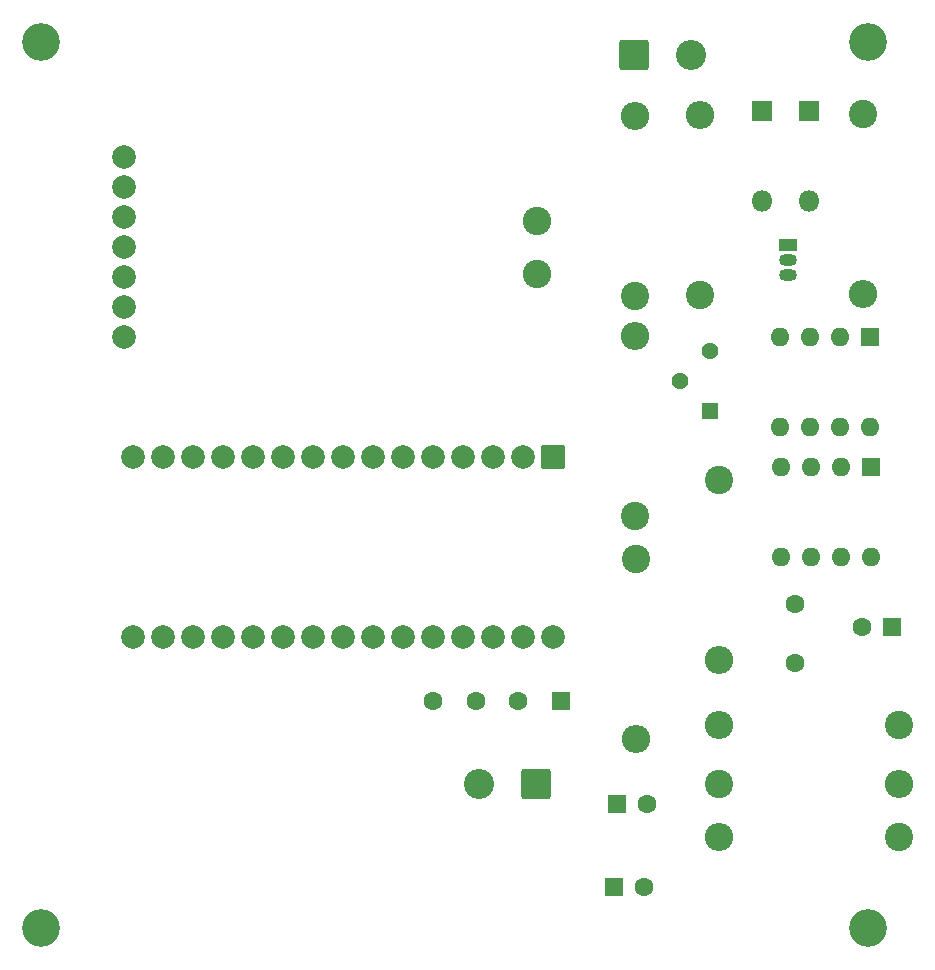
<source format=gbr>
%TF.GenerationSoftware,KiCad,Pcbnew,8.0.6*%
%TF.CreationDate,2025-02-27T20:48:22-07:00*%
%TF.ProjectId,Tachometerkicad,54616368-6f6d-4657-9465-726b69636164,rev?*%
%TF.SameCoordinates,Original*%
%TF.FileFunction,Soldermask,Bot*%
%TF.FilePolarity,Negative*%
%FSLAX46Y46*%
G04 Gerber Fmt 4.6, Leading zero omitted, Abs format (unit mm)*
G04 Created by KiCad (PCBNEW 8.0.6) date 2025-02-27 20:48:22*
%MOMM*%
%LPD*%
G01*
G04 APERTURE LIST*
G04 Aperture macros list*
%AMRoundRect*
0 Rectangle with rounded corners*
0 $1 Rounding radius*
0 $2 $3 $4 $5 $6 $7 $8 $9 X,Y pos of 4 corners*
0 Add a 4 corners polygon primitive as box body*
4,1,4,$2,$3,$4,$5,$6,$7,$8,$9,$2,$3,0*
0 Add four circle primitives for the rounded corners*
1,1,$1+$1,$2,$3*
1,1,$1+$1,$4,$5*
1,1,$1+$1,$6,$7*
1,1,$1+$1,$8,$9*
0 Add four rect primitives between the rounded corners*
20,1,$1+$1,$2,$3,$4,$5,0*
20,1,$1+$1,$4,$5,$6,$7,0*
20,1,$1+$1,$6,$7,$8,$9,0*
20,1,$1+$1,$8,$9,$2,$3,0*%
G04 Aperture macros list end*
%ADD10C,2.004000*%
%ADD11C,2.404000*%
%ADD12R,1.600000X1.600000*%
%ADD13C,1.600000*%
%ADD14RoundRect,0.102000X-0.900000X0.900000X-0.900000X-0.900000X0.900000X-0.900000X0.900000X0.900000X0*%
%ADD15C,2.400000*%
%ADD16O,2.400000X2.400000*%
%ADD17R,1.500000X1.050000*%
%ADD18O,1.500000X1.050000*%
%ADD19C,3.200000*%
%ADD20RoundRect,0.250000X0.550000X0.550000X-0.550000X0.550000X-0.550000X-0.550000X0.550000X-0.550000X0*%
%ADD21RoundRect,0.102000X0.611000X-0.611000X0.611000X0.611000X-0.611000X0.611000X-0.611000X-0.611000X0*%
%ADD22C,1.426000*%
%ADD23R,1.800000X1.800000*%
%ADD24O,1.800000X1.800000*%
%ADD25O,1.600000X1.600000*%
%ADD26RoundRect,0.249999X1.025001X1.025001X-1.025001X1.025001X-1.025001X-1.025001X1.025001X-1.025001X0*%
%ADD27C,2.550000*%
%ADD28RoundRect,0.249999X-1.025001X-1.025001X1.025001X-1.025001X1.025001X1.025001X-1.025001X1.025001X0*%
G04 APERTURE END LIST*
D10*
%TO.C,UNIT_2*%
X47000000Y-54740000D03*
X47000000Y-57280000D03*
X47000000Y-59820000D03*
X47000000Y-62360000D03*
X47000000Y-64900000D03*
X47000000Y-67440000D03*
X47000000Y-69980000D03*
D11*
X81980000Y-60120000D03*
X81980000Y-64620000D03*
%TD*%
D12*
%TO.C,C1*%
X88794888Y-109500000D03*
D13*
X91294888Y-109500000D03*
%TD*%
D14*
%TO.C,UNIT_1*%
X83300000Y-80100000D03*
D10*
X80760000Y-80100000D03*
X78220000Y-80100000D03*
X75680000Y-80100000D03*
X73140000Y-80100000D03*
X70600000Y-80100000D03*
X68060000Y-80100000D03*
X65520000Y-80100000D03*
X62980000Y-80100000D03*
X60440000Y-80100000D03*
X57900000Y-80100000D03*
X55360000Y-80100000D03*
X52820000Y-80100000D03*
X50280000Y-80100000D03*
X47740000Y-80100000D03*
X47740000Y-95340000D03*
X50280000Y-95340000D03*
X52820000Y-95340000D03*
X55360000Y-95340000D03*
X57900000Y-95340000D03*
X60440000Y-95340000D03*
X62980000Y-95340000D03*
X65520000Y-95340000D03*
X68060000Y-95340000D03*
X70600000Y-95340000D03*
X73140000Y-95340000D03*
X75680000Y-95340000D03*
X78220000Y-95340000D03*
X80760000Y-95340000D03*
X83300000Y-95340000D03*
%TD*%
D15*
%TO.C,R6*%
X112620000Y-112300000D03*
D16*
X97380000Y-112300000D03*
%TD*%
D17*
%TO.C,Q1*%
X103250000Y-62200000D03*
D18*
X103250000Y-63430000D03*
X103250000Y-64700000D03*
%TD*%
D19*
%TO.C,REF\u002A\u002A*%
X110000000Y-45000000D03*
%TD*%
D12*
%TO.C,C3*%
X112031000Y-94500000D03*
D13*
X109500000Y-94500000D03*
%TD*%
D15*
%TO.C,R10*%
X90300000Y-66520000D03*
D16*
X90300000Y-51280000D03*
%TD*%
D15*
%TO.C,R11*%
X97400000Y-82080000D03*
D16*
X97400000Y-97320000D03*
%TD*%
D20*
%TO.C,J4*%
X84000000Y-100800000D03*
D13*
X80400000Y-100800000D03*
X76800000Y-100800000D03*
X73200000Y-100800000D03*
%TD*%
D15*
%TO.C,R1*%
X95800000Y-66420000D03*
D16*
X95800000Y-51180000D03*
%TD*%
D21*
%TO.C,VR1*%
X96600000Y-76240000D03*
D22*
X94060000Y-73700000D03*
X96600000Y-71160000D03*
%TD*%
D15*
%TO.C,R7*%
X112620000Y-102800000D03*
D16*
X97380000Y-102800000D03*
%TD*%
D23*
%TO.C,D2*%
X101000000Y-50795000D03*
D24*
X101000000Y-58415000D03*
%TD*%
D15*
%TO.C,R2*%
X109600000Y-51080000D03*
D16*
X109600000Y-66320000D03*
%TD*%
D15*
%TO.C,R3*%
X90300000Y-85120000D03*
D16*
X90300000Y-69880000D03*
%TD*%
D12*
%TO.C,U1*%
X110300000Y-81000000D03*
D25*
X107760000Y-81000000D03*
X105220000Y-81000000D03*
X102680000Y-81000000D03*
X102680000Y-88620000D03*
X105220000Y-88620000D03*
X107760000Y-88620000D03*
X110300000Y-88620000D03*
%TD*%
D26*
%TO.C,J3*%
X81900000Y-107800000D03*
D27*
X77100000Y-107800000D03*
%TD*%
D19*
%TO.C,REF\u002A\u002A*%
X40000000Y-120000000D03*
%TD*%
D28*
%TO.C,J1*%
X90200000Y-46100000D03*
D27*
X95000000Y-46100000D03*
%TD*%
D15*
%TO.C,R4*%
X97380000Y-107800000D03*
D16*
X112620000Y-107800000D03*
%TD*%
D19*
%TO.C,REF\u002A\u002A*%
X40000000Y-45000000D03*
%TD*%
D13*
%TO.C,C4*%
X103820000Y-97600000D03*
X103820000Y-92600000D03*
%TD*%
D12*
%TO.C,U2*%
X110200000Y-70000000D03*
D25*
X107660000Y-70000000D03*
X105120000Y-70000000D03*
X102580000Y-70000000D03*
X102580000Y-77620000D03*
X105120000Y-77620000D03*
X107660000Y-77620000D03*
X110200000Y-77620000D03*
%TD*%
D12*
%TO.C,C2*%
X88500000Y-116500000D03*
D13*
X91000000Y-116500000D03*
%TD*%
D15*
%TO.C,R5*%
X90400000Y-88780000D03*
D16*
X90400000Y-104020000D03*
%TD*%
D19*
%TO.C,REF\u002A\u002A*%
X110000000Y-120000000D03*
%TD*%
D23*
%TO.C,D1*%
X105000000Y-50790000D03*
D24*
X105000000Y-58410000D03*
%TD*%
M02*

</source>
